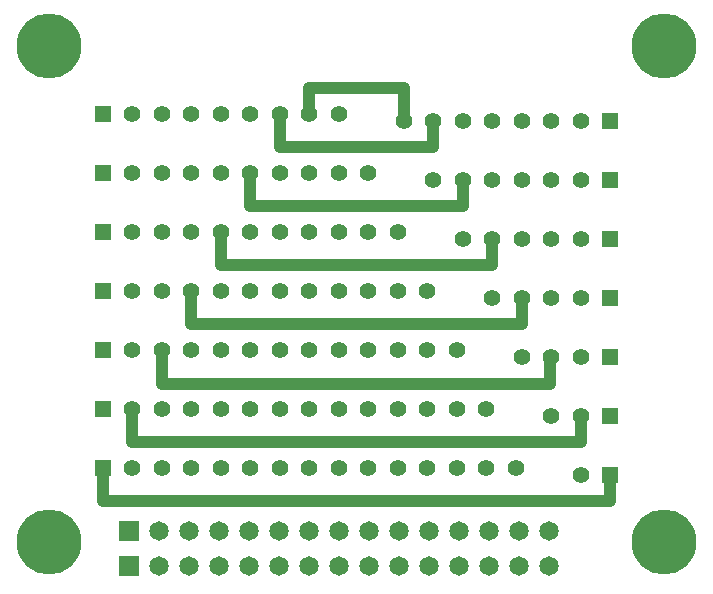
<source format=gbl>
%FSLAX33Y33*%
%MOMM*%
%AMRect-W1650000-H1650000-RO1.500*
21,1,1.65,1.65,0.,0.,90*%
%AMRect-W1400000-H1400000-RO1.000*
21,1,1.4,1.4,0.,0.,180*%
%ADD10C,1.*%
%ADD11C,5.5*%
%ADD12C,1.65*%
%ADD13Rect-W1650000-H1650000-RO1.500*%
%ADD14R,1.4X1.4*%
%ADD15C,1.4*%
%ADD16C,1.4*%
%ADD17Rect-W1400000-H1400000-RO1.000*%
D10*
%LNbottom copper_traces*%
G01*
X13500Y17400D02*
X46400Y17400D01*
X36500Y37500D02*
X36500Y39700D01*
X49000Y12500D02*
X49000Y14700D01*
X39000Y32500D02*
X39000Y34700D01*
X16000Y25300D02*
X16000Y22500D01*
X39000Y32500D02*
X21100Y32500D01*
X11000Y15300D02*
X11000Y12500D01*
X44000Y22500D02*
X16100Y22500D01*
X21000Y35300D02*
X21000Y32500D01*
X36500Y37500D02*
X23600Y37500D01*
X41500Y27500D02*
X18600Y27500D01*
X41500Y27500D02*
X41500Y29700D01*
X18500Y30300D02*
X18500Y27500D01*
X34000Y39700D02*
X34000Y42500D01*
X26000Y42500*
X51500Y9700D02*
X51500Y7500D01*
X44000Y22500D02*
X44000Y24700D01*
X49000Y12500D02*
X11100Y12500D01*
X46400Y17500D02*
X46400Y19600D01*
X23500Y40300D02*
X23500Y37500D01*
X8500Y7500D02*
X8500Y10300D01*
X51500Y7500D02*
X8500Y7500D01*
X26000Y42500D02*
X26000Y40300D01*
X13500Y20300D02*
X13500Y17400D01*
%LNbottom copper component 312304718256dca2*%
D11*
X4000Y4000D03*
%LNbottom copper component af4949e430c5f950*%
D12*
X13260Y2000D03*
X15800Y2000D03*
X18340Y2000D03*
X20880Y2000D03*
X23420Y2000D03*
X25960Y2000D03*
X28500Y2000D03*
X31040Y2000D03*
X33580Y2000D03*
X36120Y2000D03*
X38660Y2000D03*
X41200Y2000D03*
X43740Y2000D03*
X46280Y2000D03*
D13*
X10720Y2000D03*
%LNbottom copper component 8278d696741b52da*%
D14*
X8500Y10300D03*
D15*
X11000Y10300D03*
X13500Y10300D03*
X16000Y10300D03*
X18500Y10300D03*
X21000Y10300D03*
X23500Y10300D03*
X26000Y10300D03*
X28500Y10300D03*
X31000Y10300D03*
X33500Y10300D03*
X36000Y10300D03*
X38500Y10300D03*
X41000Y10300D03*
X43500Y10300D03*
%LNbottom copper component 08ce969612039e64*%
D16*
X49000Y39700D03*
X46500Y39700D03*
X44000Y39700D03*
X41500Y39700D03*
X39000Y39700D03*
X36500Y39700D03*
X34000Y39700D03*
D17*
X51500Y39700D03*
%LNbottom copper component e805279d35b13680*%
D16*
X49000Y34700D03*
X46500Y34700D03*
X44000Y34700D03*
X41500Y34700D03*
X39000Y34700D03*
X36500Y34700D03*
D17*
X51500Y34700D03*
%LNbottom copper component 16fab53d32d5a67c*%
D16*
X49000Y9700D03*
D17*
X51500Y9700D03*
%LNbottom copper component a015b0e8d900f81e*%
D16*
X49000Y14700D03*
X46500Y14700D03*
D17*
X51500Y14700D03*
%LNbottom copper component b3f41ef893718b1e*%
D14*
X8500Y25300D03*
D15*
X11000Y25300D03*
X13500Y25300D03*
X16000Y25300D03*
X18500Y25300D03*
X21000Y25300D03*
X23500Y25300D03*
X26000Y25300D03*
X28500Y25300D03*
X31000Y25300D03*
X33500Y25300D03*
X36000Y25300D03*
%LNbottom copper component ad3850c414a05864*%
D16*
X49000Y29700D03*
X46500Y29700D03*
X44000Y29700D03*
X41500Y29700D03*
X39000Y29700D03*
D17*
X51500Y29700D03*
%LNbottom copper component da7bfe2cf6314d72*%
D14*
X8500Y15300D03*
D15*
X11000Y15300D03*
X13500Y15300D03*
X16000Y15300D03*
X18500Y15300D03*
X21000Y15300D03*
X23500Y15300D03*
X26000Y15300D03*
X28500Y15300D03*
X31000Y15300D03*
X33500Y15300D03*
X36000Y15300D03*
X38500Y15300D03*
X41000Y15300D03*
%LNbottom copper component 228893982379df3f*%
D16*
X49000Y19700D03*
X46500Y19700D03*
X44000Y19700D03*
D17*
X51500Y19700D03*
%LNbottom copper component ae4397b8c1491a36*%
D12*
X13260Y5000D03*
X15800Y5000D03*
X18340Y5000D03*
X20880Y5000D03*
X23420Y5000D03*
X25960Y5000D03*
X28500Y5000D03*
X31040Y5000D03*
X33580Y5000D03*
X36120Y5000D03*
X38660Y5000D03*
X41200Y5000D03*
X43740Y5000D03*
X46280Y5000D03*
D13*
X10720Y5000D03*
%LNbottom copper component 5071099a7d24bbfe*%
D11*
X56000Y4000D03*
%LNbottom copper component da574c27139357db*%
D14*
X8500Y20300D03*
D15*
X11000Y20300D03*
X13500Y20300D03*
X16000Y20300D03*
X18500Y20300D03*
X21000Y20300D03*
X23500Y20300D03*
X26000Y20300D03*
X28500Y20300D03*
X31000Y20300D03*
X33500Y20300D03*
X36000Y20300D03*
X38500Y20300D03*
%LNbottom copper component eafc2537431a66c3*%
D14*
X8500Y40300D03*
D15*
X11000Y40300D03*
X13500Y40300D03*
X16000Y40300D03*
X18500Y40300D03*
X21000Y40300D03*
X23500Y40300D03*
X26000Y40300D03*
X28500Y40300D03*
%LNbottom copper component 0d8454b4dea2efd4*%
D11*
X4000Y46000D03*
%LNbottom copper component b7702b93b57b5186*%
D14*
X8500Y30300D03*
D15*
X11000Y30300D03*
X13500Y30300D03*
X16000Y30300D03*
X18500Y30300D03*
X21000Y30300D03*
X23500Y30300D03*
X26000Y30300D03*
X28500Y30300D03*
X31000Y30300D03*
X33500Y30300D03*
%LNbottom copper component b3d13cb211f619d0*%
D11*
X56000Y46000D03*
%LNbottom copper component f237f16fae055c2f*%
D14*
X8500Y35300D03*
D15*
X11000Y35300D03*
X13500Y35300D03*
X16000Y35300D03*
X18500Y35300D03*
X21000Y35300D03*
X23500Y35300D03*
X26000Y35300D03*
X28500Y35300D03*
X31000Y35300D03*
%LNbottom copper component 33b1766a393aa792*%
D16*
X49000Y24700D03*
X46500Y24700D03*
X44000Y24700D03*
X41500Y24700D03*
D17*
X51500Y24700D03*
M02*
</source>
